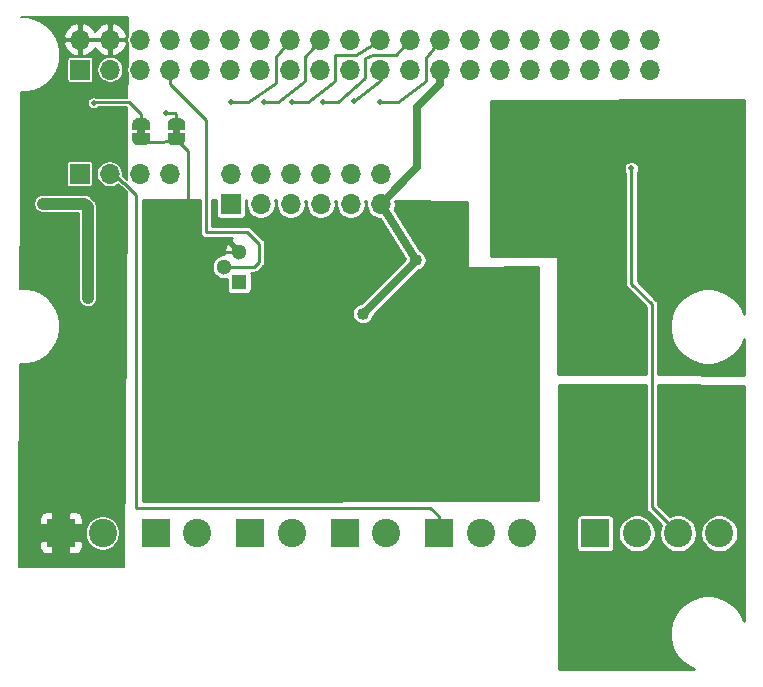
<source format=gbl>
G04 #@! TF.GenerationSoftware,KiCad,Pcbnew,(5.1.5-0-10_14)*
G04 #@! TF.CreationDate,2020-04-19T22:53:18-04:00*
G04 #@! TF.ProjectId,RPi-pHat-Thermocouple,5250692d-7048-4617-942d-546865726d6f,rev?*
G04 #@! TF.SameCoordinates,Original*
G04 #@! TF.FileFunction,Copper,L2,Bot*
G04 #@! TF.FilePolarity,Positive*
%FSLAX46Y46*%
G04 Gerber Fmt 4.6, Leading zero omitted, Abs format (unit mm)*
G04 Created by KiCad (PCBNEW (5.1.5-0-10_14)) date 2020-04-19 22:53:18*
%MOMM*%
%LPD*%
G04 APERTURE LIST*
%ADD10C,0.152400*%
%ADD11R,1.700000X1.700000*%
%ADD12O,1.700000X1.700000*%
%ADD13C,2.400000*%
%ADD14R,2.400000X2.400000*%
%ADD15C,1.300000*%
%ADD16R,1.300000X1.300000*%
%ADD17C,1.016000*%
%ADD18C,0.762000*%
%ADD19C,0.508000*%
%ADD20C,0.635000*%
%ADD21C,1.016000*%
%ADD22C,0.254000*%
G04 APERTURE END LIST*
D10*
G36*
X28700000Y-34750000D02*
G01*
X28700000Y-34250000D01*
X29300000Y-34250000D01*
X29300000Y-34750000D01*
X28700000Y-34750000D01*
G37*
G36*
X25700000Y-34750000D02*
G01*
X25700000Y-34250000D01*
X26300000Y-34250000D01*
X26300000Y-34750000D01*
X25700000Y-34750000D01*
G37*
D11*
X33600000Y-40640000D03*
D12*
X33600000Y-38100000D03*
X36140000Y-40640000D03*
X36140000Y-38100000D03*
X38680000Y-40640000D03*
X38680000Y-38100000D03*
X41220000Y-40640000D03*
X41220000Y-38100000D03*
X43760000Y-40640000D03*
X43760000Y-38100000D03*
X46300000Y-40640000D03*
X46300000Y-38100000D03*
D13*
X74962500Y-68516000D03*
X71462500Y-68516000D03*
X67962500Y-68516000D03*
D14*
X64462500Y-68516000D03*
D13*
X58262500Y-68496000D03*
X54762500Y-68496000D03*
D14*
X51262500Y-68496000D03*
D13*
X46762500Y-68516000D03*
D14*
X43262500Y-68516000D03*
D13*
X38762500Y-68516000D03*
D14*
X35262500Y-68516000D03*
D13*
X30762500Y-68516000D03*
D14*
X27262500Y-68516000D03*
D13*
X22762500Y-68516000D03*
D14*
X19262500Y-68516000D03*
D11*
X20870000Y-29270000D03*
D12*
X20870000Y-26730000D03*
X23410000Y-29270000D03*
X23410000Y-26730000D03*
X25950000Y-29270000D03*
X25950000Y-26730000D03*
X28490000Y-29270000D03*
X28490000Y-26730000D03*
X31030000Y-29270000D03*
X31030000Y-26730000D03*
X33570000Y-29270000D03*
X33570000Y-26730000D03*
X36110000Y-29270000D03*
X36110000Y-26730000D03*
X38650000Y-29270000D03*
X38650000Y-26730000D03*
X41190000Y-29270000D03*
X41190000Y-26730000D03*
X43730000Y-29270000D03*
X43730000Y-26730000D03*
X46270000Y-29270000D03*
X46270000Y-26730000D03*
X48810000Y-29270000D03*
X48810000Y-26730000D03*
X51350000Y-29270000D03*
X51350000Y-26730000D03*
X53890000Y-29270000D03*
X53890000Y-26730000D03*
X56430000Y-29270000D03*
X56430000Y-26730000D03*
X58970000Y-29270000D03*
X58970000Y-26730000D03*
X61510000Y-29270000D03*
X61510000Y-26730000D03*
X64050000Y-29270000D03*
X64050000Y-26730000D03*
X66590000Y-29270000D03*
X66590000Y-26730000D03*
X69130000Y-29270000D03*
X69130000Y-26730000D03*
D15*
X33027500Y-45931000D03*
X34297500Y-44661000D03*
D16*
X34297500Y-47201000D03*
D11*
X20828000Y-38100000D03*
D12*
X23368000Y-38100000D03*
X25908000Y-38100000D03*
X28448000Y-38100000D03*
G04 #@! TA.AperFunction,SMDPad,CuDef*
D10*
G36*
X28250000Y-34350000D02*
G01*
X28250000Y-33850000D01*
X28250602Y-33850000D01*
X28250602Y-33825466D01*
X28255412Y-33776635D01*
X28264984Y-33728510D01*
X28279228Y-33681555D01*
X28298005Y-33636222D01*
X28321136Y-33592949D01*
X28348396Y-33552150D01*
X28379524Y-33514221D01*
X28414221Y-33479524D01*
X28452150Y-33448396D01*
X28492949Y-33421136D01*
X28536222Y-33398005D01*
X28581555Y-33379228D01*
X28628510Y-33364984D01*
X28676635Y-33355412D01*
X28725466Y-33350602D01*
X28750000Y-33350602D01*
X28750000Y-33350000D01*
X29250000Y-33350000D01*
X29250000Y-33350602D01*
X29274534Y-33350602D01*
X29323365Y-33355412D01*
X29371490Y-33364984D01*
X29418445Y-33379228D01*
X29463778Y-33398005D01*
X29507051Y-33421136D01*
X29547850Y-33448396D01*
X29585779Y-33479524D01*
X29620476Y-33514221D01*
X29651604Y-33552150D01*
X29678864Y-33592949D01*
X29701995Y-33636222D01*
X29720772Y-33681555D01*
X29735016Y-33728510D01*
X29744588Y-33776635D01*
X29749398Y-33825466D01*
X29749398Y-33850000D01*
X29750000Y-33850000D01*
X29750000Y-34350000D01*
X28250000Y-34350000D01*
G37*
G04 #@! TD.AperFunction*
G04 #@! TA.AperFunction,SMDPad,CuDef*
G36*
X29749398Y-35150000D02*
G01*
X29749398Y-35174534D01*
X29744588Y-35223365D01*
X29735016Y-35271490D01*
X29720772Y-35318445D01*
X29701995Y-35363778D01*
X29678864Y-35407051D01*
X29651604Y-35447850D01*
X29620476Y-35485779D01*
X29585779Y-35520476D01*
X29547850Y-35551604D01*
X29507051Y-35578864D01*
X29463778Y-35601995D01*
X29418445Y-35620772D01*
X29371490Y-35635016D01*
X29323365Y-35644588D01*
X29274534Y-35649398D01*
X29250000Y-35649398D01*
X29250000Y-35650000D01*
X28750000Y-35650000D01*
X28750000Y-35649398D01*
X28725466Y-35649398D01*
X28676635Y-35644588D01*
X28628510Y-35635016D01*
X28581555Y-35620772D01*
X28536222Y-35601995D01*
X28492949Y-35578864D01*
X28452150Y-35551604D01*
X28414221Y-35520476D01*
X28379524Y-35485779D01*
X28348396Y-35447850D01*
X28321136Y-35407051D01*
X28298005Y-35363778D01*
X28279228Y-35318445D01*
X28264984Y-35271490D01*
X28255412Y-35223365D01*
X28250602Y-35174534D01*
X28250602Y-35150000D01*
X28250000Y-35150000D01*
X28250000Y-34650000D01*
X29750000Y-34650000D01*
X29750000Y-35150000D01*
X29749398Y-35150000D01*
G37*
G04 #@! TD.AperFunction*
G04 #@! TA.AperFunction,SMDPad,CuDef*
G36*
X26749398Y-35150000D02*
G01*
X26749398Y-35174534D01*
X26744588Y-35223365D01*
X26735016Y-35271490D01*
X26720772Y-35318445D01*
X26701995Y-35363778D01*
X26678864Y-35407051D01*
X26651604Y-35447850D01*
X26620476Y-35485779D01*
X26585779Y-35520476D01*
X26547850Y-35551604D01*
X26507051Y-35578864D01*
X26463778Y-35601995D01*
X26418445Y-35620772D01*
X26371490Y-35635016D01*
X26323365Y-35644588D01*
X26274534Y-35649398D01*
X26250000Y-35649398D01*
X26250000Y-35650000D01*
X25750000Y-35650000D01*
X25750000Y-35649398D01*
X25725466Y-35649398D01*
X25676635Y-35644588D01*
X25628510Y-35635016D01*
X25581555Y-35620772D01*
X25536222Y-35601995D01*
X25492949Y-35578864D01*
X25452150Y-35551604D01*
X25414221Y-35520476D01*
X25379524Y-35485779D01*
X25348396Y-35447850D01*
X25321136Y-35407051D01*
X25298005Y-35363778D01*
X25279228Y-35318445D01*
X25264984Y-35271490D01*
X25255412Y-35223365D01*
X25250602Y-35174534D01*
X25250602Y-35150000D01*
X25250000Y-35150000D01*
X25250000Y-34650000D01*
X26750000Y-34650000D01*
X26750000Y-35150000D01*
X26749398Y-35150000D01*
G37*
G04 #@! TD.AperFunction*
G04 #@! TA.AperFunction,SMDPad,CuDef*
G36*
X25250000Y-34350000D02*
G01*
X25250000Y-33850000D01*
X25250602Y-33850000D01*
X25250602Y-33825466D01*
X25255412Y-33776635D01*
X25264984Y-33728510D01*
X25279228Y-33681555D01*
X25298005Y-33636222D01*
X25321136Y-33592949D01*
X25348396Y-33552150D01*
X25379524Y-33514221D01*
X25414221Y-33479524D01*
X25452150Y-33448396D01*
X25492949Y-33421136D01*
X25536222Y-33398005D01*
X25581555Y-33379228D01*
X25628510Y-33364984D01*
X25676635Y-33355412D01*
X25725466Y-33350602D01*
X25750000Y-33350602D01*
X25750000Y-33350000D01*
X26250000Y-33350000D01*
X26250000Y-33350602D01*
X26274534Y-33350602D01*
X26323365Y-33355412D01*
X26371490Y-33364984D01*
X26418445Y-33379228D01*
X26463778Y-33398005D01*
X26507051Y-33421136D01*
X26547850Y-33448396D01*
X26585779Y-33479524D01*
X26620476Y-33514221D01*
X26651604Y-33552150D01*
X26678864Y-33592949D01*
X26701995Y-33636222D01*
X26720772Y-33681555D01*
X26735016Y-33728510D01*
X26744588Y-33776635D01*
X26749398Y-33825466D01*
X26749398Y-33850000D01*
X26750000Y-33850000D01*
X26750000Y-34350000D01*
X25250000Y-34350000D01*
G37*
G04 #@! TD.AperFunction*
D17*
X49262500Y-45366000D03*
X21512500Y-48616000D03*
X17700000Y-40600004D03*
X21300000Y-40700000D03*
X44775000Y-49900000D03*
D18*
X19000000Y-33200000D03*
X19262500Y-45516000D03*
X19000000Y-42000000D03*
X19000000Y-38600000D03*
X19000000Y-31600000D03*
X19000000Y-35600000D03*
D17*
X57162500Y-60141000D03*
X52462500Y-60316000D03*
X31450000Y-60550000D03*
D19*
X38250000Y-49975000D03*
X48900000Y-49900000D03*
D17*
X41300000Y-60500000D03*
X67762500Y-59116000D03*
X67762500Y-62116000D03*
D19*
X67512500Y-37616000D03*
X33600000Y-32000000D03*
X36400000Y-32000000D03*
X38800000Y-32000000D03*
X41400000Y-32000000D03*
X46200000Y-32000000D03*
X44000000Y-31903410D03*
D18*
X69262500Y-35745000D03*
D17*
X67762500Y-52116000D03*
D18*
X67762500Y-49366000D03*
X68512500Y-46366000D03*
X60000000Y-37566000D03*
X73000000Y-38500000D03*
D19*
X28100000Y-32900000D03*
X22000000Y-32100000D03*
D20*
X51350000Y-29270000D02*
X51462500Y-29382500D01*
X46300000Y-40600000D02*
X49262500Y-45366000D01*
X51350000Y-30472081D02*
X49400000Y-32422081D01*
X51350000Y-29270000D02*
X51350000Y-30472081D01*
X49400000Y-37500000D02*
X46300000Y-40600000D01*
X49400000Y-32422081D02*
X49400000Y-37500000D01*
D21*
X21512500Y-48616000D02*
X21512500Y-40912500D01*
X21512500Y-40912500D02*
X21300000Y-40700000D01*
X17700000Y-40600004D02*
X21200004Y-40600004D01*
X21200004Y-40600004D02*
X21300000Y-40700000D01*
D20*
X49262500Y-45412500D02*
X44775000Y-49900000D01*
X49262500Y-45366000D02*
X49262500Y-45412500D01*
D10*
X32877500Y-45931000D02*
X33027500Y-45931000D01*
X33027500Y-45831000D02*
X33027500Y-45931000D01*
D22*
X35569000Y-45931000D02*
X33027500Y-45931000D01*
X36000000Y-44000000D02*
X36000000Y-45500000D01*
X31500000Y-33482081D02*
X31500000Y-43000000D01*
X36000000Y-45500000D02*
X35569000Y-45931000D01*
X35000000Y-43000000D02*
X36000000Y-44000000D01*
X28490000Y-30472081D02*
X31500000Y-33482081D01*
X31500000Y-43000000D02*
X35000000Y-43000000D01*
X28490000Y-29270000D02*
X28490000Y-30472081D01*
X27902408Y-35400000D02*
X27500000Y-35400000D01*
X29000000Y-35000000D02*
X27902408Y-35400000D01*
X27500000Y-35400000D02*
X26250000Y-35400000D01*
X34297500Y-44661000D02*
X32586250Y-44661000D01*
X30000000Y-36150000D02*
X30000000Y-44000000D01*
X29000000Y-35150000D02*
X30000000Y-36150000D01*
X30661000Y-44661000D02*
X34297500Y-44661000D01*
X30000000Y-44000000D02*
X30661000Y-44661000D01*
X69262500Y-66316000D02*
X71462500Y-68516000D01*
X69262500Y-49116000D02*
X69262500Y-66316000D01*
X67512500Y-47366000D02*
X69262500Y-49116000D01*
X67512500Y-37616000D02*
X67512500Y-47366000D01*
X35051514Y-32000000D02*
X33600000Y-32000000D01*
X37400000Y-30400000D02*
X35051514Y-32000000D01*
X37400000Y-28200000D02*
X37400000Y-30400000D01*
X38650000Y-26730000D02*
X37400000Y-28200000D01*
X37591514Y-32000000D02*
X36400000Y-32000000D01*
X39900000Y-30200000D02*
X37591514Y-32000000D01*
X39900000Y-28200000D02*
X39900000Y-30200000D01*
X41190000Y-26730000D02*
X39900000Y-28200000D01*
X40131514Y-32000000D02*
X38800000Y-32000000D01*
X42400000Y-30200000D02*
X40131514Y-32000000D01*
X42400000Y-28000000D02*
X42400000Y-30200000D01*
X44200000Y-28000000D02*
X42400000Y-28000000D01*
X46270000Y-26730000D02*
X44200000Y-28000000D01*
X42671514Y-32000000D02*
X41400000Y-32000000D01*
X45000000Y-30000000D02*
X42671514Y-32000000D01*
X45600000Y-28000000D02*
X45000000Y-28300000D01*
X47600000Y-28000000D02*
X45600000Y-28000000D01*
X45000000Y-28300000D02*
X45000000Y-30000000D01*
X48810000Y-26730000D02*
X47600000Y-28000000D01*
X47751514Y-32000000D02*
X46200000Y-32000000D01*
X50100000Y-30200000D02*
X47751514Y-32000000D01*
X50100000Y-28300000D02*
X50100000Y-30200000D01*
X51350000Y-26730000D02*
X50100000Y-28300000D01*
X46300000Y-30100000D02*
X44000000Y-31903410D01*
X46270000Y-29270000D02*
X46300000Y-30100000D01*
X28100000Y-32900000D02*
X28900000Y-32900000D01*
X29000000Y-33000000D02*
X29000000Y-33850000D01*
X28900000Y-32900000D02*
X29000000Y-33000000D01*
X50500000Y-66400000D02*
X51262500Y-67042000D01*
X51262500Y-67042000D02*
X51262500Y-68496000D01*
X25600000Y-66400000D02*
X50500000Y-66400000D01*
X25600000Y-39900000D02*
X25600000Y-66400000D01*
X24549999Y-38849999D02*
X25600000Y-39900000D01*
X24509999Y-38849999D02*
X24549999Y-38849999D01*
X23660000Y-38000000D02*
X24509999Y-38849999D01*
X22100000Y-32000000D02*
X22000000Y-32100000D01*
X25000000Y-32000000D02*
X22100000Y-32000000D01*
X26000000Y-33000000D02*
X25000000Y-32000000D01*
X26000000Y-34000000D02*
X26000000Y-33000000D01*
D10*
G36*
X24910395Y-24804163D02*
G01*
X24897270Y-26386102D01*
X24888234Y-26407917D01*
X24845800Y-26621246D01*
X24845800Y-26838754D01*
X24888234Y-27052083D01*
X24891676Y-27060392D01*
X24875483Y-29012019D01*
X24845800Y-29161246D01*
X24845800Y-29378754D01*
X24871374Y-29507321D01*
X24853855Y-31618800D01*
X22166270Y-31618800D01*
X22148236Y-31611330D01*
X22050053Y-31591800D01*
X21949947Y-31591800D01*
X21851764Y-31611330D01*
X21759277Y-31649639D01*
X21676041Y-31705255D01*
X21605255Y-31776041D01*
X21549639Y-31859277D01*
X21511330Y-31951764D01*
X21491800Y-32049947D01*
X21491800Y-32150053D01*
X21511330Y-32248236D01*
X21549639Y-32340723D01*
X21605255Y-32423959D01*
X21676041Y-32494745D01*
X21759277Y-32550361D01*
X21851764Y-32588670D01*
X21949947Y-32608200D01*
X22050053Y-32608200D01*
X22148236Y-32588670D01*
X22240723Y-32550361D01*
X22323959Y-32494745D01*
X22394745Y-32423959D01*
X22423315Y-32381200D01*
X24842103Y-32381200D01*
X24847485Y-32386582D01*
X24796274Y-38558975D01*
X24762807Y-38531510D01*
X24696584Y-38496112D01*
X24694613Y-38495514D01*
X24461524Y-38262426D01*
X24472200Y-38208754D01*
X24472200Y-37991246D01*
X24429766Y-37777917D01*
X24346530Y-37576965D01*
X24225688Y-37396113D01*
X24071887Y-37242312D01*
X23891035Y-37121470D01*
X23690083Y-37038234D01*
X23476754Y-36995800D01*
X23259246Y-36995800D01*
X23045917Y-37038234D01*
X22844965Y-37121470D01*
X22664113Y-37242312D01*
X22510312Y-37396113D01*
X22389470Y-37576965D01*
X22306234Y-37777917D01*
X22263800Y-37991246D01*
X22263800Y-38208754D01*
X22306234Y-38422083D01*
X22389470Y-38623035D01*
X22510312Y-38803887D01*
X22664113Y-38957688D01*
X22844965Y-39078530D01*
X23045917Y-39161766D01*
X23259246Y-39204200D01*
X23476754Y-39204200D01*
X23690083Y-39161766D01*
X23891035Y-39078530D01*
X24071887Y-38957688D01*
X24075238Y-38954337D01*
X24227215Y-39106314D01*
X24239146Y-39120852D01*
X24253684Y-39132783D01*
X24253688Y-39132787D01*
X24297190Y-39168488D01*
X24329926Y-39185986D01*
X24363414Y-39203886D01*
X24365388Y-39204485D01*
X24787417Y-39626514D01*
X24524430Y-71323800D01*
X15676532Y-71323800D01*
X15683527Y-69716000D01*
X17475473Y-69716000D01*
X17486753Y-69830523D01*
X17520158Y-69940646D01*
X17574405Y-70042135D01*
X17647409Y-70131091D01*
X17736365Y-70204095D01*
X17837854Y-70258342D01*
X17947977Y-70291747D01*
X18062500Y-70303027D01*
X18442650Y-70300200D01*
X18588700Y-70154150D01*
X18588700Y-69189800D01*
X19936300Y-69189800D01*
X19936300Y-70154150D01*
X20082350Y-70300200D01*
X20462500Y-70303027D01*
X20577023Y-70291747D01*
X20687146Y-70258342D01*
X20788635Y-70204095D01*
X20877591Y-70131091D01*
X20950595Y-70042135D01*
X21004842Y-69940646D01*
X21038247Y-69830523D01*
X21049527Y-69716000D01*
X21046700Y-69335850D01*
X20900650Y-69189800D01*
X19936300Y-69189800D01*
X18588700Y-69189800D01*
X17624350Y-69189800D01*
X17478300Y-69335850D01*
X17475473Y-69716000D01*
X15683527Y-69716000D01*
X15689371Y-68372774D01*
X21308300Y-68372774D01*
X21308300Y-68659226D01*
X21364184Y-68940174D01*
X21473805Y-69204822D01*
X21632949Y-69442998D01*
X21835502Y-69645551D01*
X22073678Y-69804695D01*
X22338326Y-69914316D01*
X22619274Y-69970200D01*
X22905726Y-69970200D01*
X23186674Y-69914316D01*
X23451322Y-69804695D01*
X23689498Y-69645551D01*
X23892051Y-69442998D01*
X24051195Y-69204822D01*
X24160816Y-68940174D01*
X24216700Y-68659226D01*
X24216700Y-68372774D01*
X24160816Y-68091826D01*
X24051195Y-67827178D01*
X23892051Y-67589002D01*
X23689498Y-67386449D01*
X23451322Y-67227305D01*
X23186674Y-67117684D01*
X22905726Y-67061800D01*
X22619274Y-67061800D01*
X22338326Y-67117684D01*
X22073678Y-67227305D01*
X21835502Y-67386449D01*
X21632949Y-67589002D01*
X21473805Y-67827178D01*
X21364184Y-68091826D01*
X21308300Y-68372774D01*
X15689371Y-68372774D01*
X15693970Y-67316000D01*
X17475473Y-67316000D01*
X17478300Y-67696150D01*
X17624350Y-67842200D01*
X18588700Y-67842200D01*
X18588700Y-66877850D01*
X19936300Y-66877850D01*
X19936300Y-67842200D01*
X20900650Y-67842200D01*
X21046700Y-67696150D01*
X21049527Y-67316000D01*
X21038247Y-67201477D01*
X21004842Y-67091354D01*
X20950595Y-66989865D01*
X20877591Y-66900909D01*
X20788635Y-66827905D01*
X20687146Y-66773658D01*
X20577023Y-66740253D01*
X20462500Y-66728973D01*
X20082350Y-66731800D01*
X19936300Y-66877850D01*
X18588700Y-66877850D01*
X18442650Y-66731800D01*
X18062500Y-66728973D01*
X17947977Y-66740253D01*
X17837854Y-66773658D01*
X17736365Y-66827905D01*
X17647409Y-66900909D01*
X17574405Y-66989865D01*
X17520158Y-67091354D01*
X17486753Y-67201477D01*
X17475473Y-67316000D01*
X15693970Y-67316000D01*
X15751146Y-54176200D01*
X16312828Y-54176200D01*
X16926463Y-54054140D01*
X17504495Y-53814712D01*
X18024709Y-53467115D01*
X18467115Y-53024709D01*
X18814712Y-52504495D01*
X19054140Y-51926463D01*
X19176200Y-51312828D01*
X19176200Y-50687172D01*
X19054140Y-50073537D01*
X18814712Y-49495505D01*
X18467115Y-48975291D01*
X18024709Y-48532885D01*
X17504495Y-48185288D01*
X16926463Y-47945860D01*
X16312828Y-47823800D01*
X15778787Y-47823800D01*
X15810219Y-40600004D01*
X16934113Y-40600004D01*
X16937800Y-40637439D01*
X16937800Y-40675074D01*
X16945142Y-40711984D01*
X16948829Y-40749421D01*
X16959749Y-40785418D01*
X16967091Y-40822330D01*
X16981495Y-40857103D01*
X16992413Y-40893096D01*
X17010143Y-40926267D01*
X17024547Y-40961041D01*
X17045456Y-40992333D01*
X17063188Y-41025508D01*
X17087054Y-41054589D01*
X17107961Y-41085878D01*
X17134569Y-41112486D01*
X17158436Y-41141568D01*
X17187518Y-41165435D01*
X17214126Y-41192043D01*
X17245415Y-41212950D01*
X17274496Y-41236816D01*
X17307671Y-41254548D01*
X17338963Y-41275457D01*
X17373737Y-41289861D01*
X17406908Y-41307591D01*
X17442901Y-41318509D01*
X17477674Y-41332913D01*
X17514586Y-41340255D01*
X17550583Y-41351175D01*
X17588020Y-41354862D01*
X17624930Y-41362204D01*
X20750301Y-41362204D01*
X20750300Y-48540930D01*
X20750300Y-48691070D01*
X20757642Y-48727981D01*
X20761329Y-48765416D01*
X20772248Y-48801411D01*
X20779591Y-48838326D01*
X20793996Y-48873102D01*
X20804913Y-48909091D01*
X20822641Y-48942259D01*
X20837047Y-48977037D01*
X20857958Y-49008333D01*
X20875688Y-49041503D01*
X20899552Y-49070581D01*
X20920461Y-49101874D01*
X20947070Y-49128483D01*
X20970936Y-49157564D01*
X21000018Y-49181431D01*
X21026626Y-49208039D01*
X21057915Y-49228946D01*
X21086996Y-49252812D01*
X21120171Y-49270544D01*
X21151463Y-49291453D01*
X21186237Y-49305857D01*
X21219408Y-49323587D01*
X21255401Y-49334505D01*
X21290174Y-49348909D01*
X21327086Y-49356251D01*
X21363083Y-49367171D01*
X21400520Y-49370858D01*
X21437430Y-49378200D01*
X21475065Y-49378200D01*
X21512500Y-49381887D01*
X21549935Y-49378200D01*
X21587570Y-49378200D01*
X21624481Y-49370858D01*
X21661916Y-49367171D01*
X21697911Y-49356252D01*
X21734826Y-49348909D01*
X21769602Y-49334504D01*
X21805591Y-49323587D01*
X21838759Y-49305859D01*
X21873537Y-49291453D01*
X21904833Y-49270542D01*
X21938003Y-49252812D01*
X21967081Y-49228948D01*
X21998374Y-49208039D01*
X22024983Y-49181430D01*
X22054064Y-49157564D01*
X22077931Y-49128482D01*
X22104539Y-49101874D01*
X22125446Y-49070585D01*
X22149312Y-49041504D01*
X22167044Y-49008329D01*
X22187953Y-48977037D01*
X22202357Y-48942263D01*
X22220087Y-48909092D01*
X22231005Y-48873099D01*
X22245409Y-48838326D01*
X22252751Y-48801414D01*
X22263671Y-48765417D01*
X22267358Y-48727980D01*
X22274700Y-48691070D01*
X22274700Y-40949925D01*
X22278386Y-40912499D01*
X22274700Y-40875074D01*
X22274700Y-40875065D01*
X22263671Y-40763083D01*
X22220087Y-40619408D01*
X22149312Y-40486996D01*
X22054064Y-40370936D01*
X22024982Y-40347069D01*
X21765435Y-40087522D01*
X21741568Y-40058440D01*
X21625508Y-39963192D01*
X21493096Y-39892417D01*
X21349421Y-39848833D01*
X21237439Y-39837804D01*
X21237437Y-39837804D01*
X21200004Y-39834117D01*
X21162571Y-39837804D01*
X17624930Y-39837804D01*
X17588020Y-39845146D01*
X17550583Y-39848833D01*
X17514586Y-39859753D01*
X17477674Y-39867095D01*
X17442901Y-39881499D01*
X17406908Y-39892417D01*
X17373737Y-39910147D01*
X17338963Y-39924551D01*
X17307671Y-39945460D01*
X17274496Y-39963192D01*
X17245415Y-39987058D01*
X17214126Y-40007965D01*
X17187518Y-40034573D01*
X17158436Y-40058440D01*
X17134569Y-40087522D01*
X17107961Y-40114130D01*
X17087054Y-40145419D01*
X17063188Y-40174500D01*
X17045456Y-40207675D01*
X17024547Y-40238967D01*
X17010143Y-40273741D01*
X16992413Y-40306912D01*
X16981495Y-40342905D01*
X16967091Y-40377678D01*
X16959749Y-40414590D01*
X16948829Y-40450587D01*
X16945142Y-40488024D01*
X16937800Y-40524934D01*
X16937800Y-40562569D01*
X16934113Y-40600004D01*
X15810219Y-40600004D01*
X15824795Y-37250000D01*
X19722571Y-37250000D01*
X19722571Y-38950000D01*
X19727479Y-38999832D01*
X19742014Y-39047748D01*
X19765619Y-39091909D01*
X19797384Y-39130616D01*
X19836091Y-39162381D01*
X19880252Y-39185986D01*
X19928168Y-39200521D01*
X19978000Y-39205429D01*
X21678000Y-39205429D01*
X21727832Y-39200521D01*
X21775748Y-39185986D01*
X21819909Y-39162381D01*
X21858616Y-39130616D01*
X21890381Y-39091909D01*
X21913986Y-39047748D01*
X21928521Y-38999832D01*
X21933429Y-38950000D01*
X21933429Y-37250000D01*
X21928521Y-37200168D01*
X21913986Y-37152252D01*
X21890381Y-37108091D01*
X21858616Y-37069384D01*
X21819909Y-37037619D01*
X21775748Y-37014014D01*
X21727832Y-36999479D01*
X21678000Y-36994571D01*
X19978000Y-36994571D01*
X19928168Y-36999479D01*
X19880252Y-37014014D01*
X19836091Y-37037619D01*
X19797384Y-37069384D01*
X19765619Y-37108091D01*
X19742014Y-37152252D01*
X19727479Y-37200168D01*
X19722571Y-37250000D01*
X15824795Y-37250000D01*
X15851225Y-31176200D01*
X16312828Y-31176200D01*
X16926463Y-31054140D01*
X17504495Y-30814712D01*
X18024709Y-30467115D01*
X18467115Y-30024709D01*
X18814712Y-29504495D01*
X19054140Y-28926463D01*
X19154882Y-28420000D01*
X19764571Y-28420000D01*
X19764571Y-30120000D01*
X19769479Y-30169832D01*
X19784014Y-30217748D01*
X19807619Y-30261909D01*
X19839384Y-30300616D01*
X19878091Y-30332381D01*
X19922252Y-30355986D01*
X19970168Y-30370521D01*
X20020000Y-30375429D01*
X21720000Y-30375429D01*
X21769832Y-30370521D01*
X21817748Y-30355986D01*
X21861909Y-30332381D01*
X21900616Y-30300616D01*
X21932381Y-30261909D01*
X21955986Y-30217748D01*
X21970521Y-30169832D01*
X21975429Y-30120000D01*
X21975429Y-29161246D01*
X22305800Y-29161246D01*
X22305800Y-29378754D01*
X22348234Y-29592083D01*
X22431470Y-29793035D01*
X22552312Y-29973887D01*
X22706113Y-30127688D01*
X22886965Y-30248530D01*
X23087917Y-30331766D01*
X23301246Y-30374200D01*
X23518754Y-30374200D01*
X23732083Y-30331766D01*
X23933035Y-30248530D01*
X24113887Y-30127688D01*
X24267688Y-29973887D01*
X24388530Y-29793035D01*
X24471766Y-29592083D01*
X24514200Y-29378754D01*
X24514200Y-29161246D01*
X24471766Y-28947917D01*
X24388530Y-28746965D01*
X24267688Y-28566113D01*
X24113887Y-28412312D01*
X23933035Y-28291470D01*
X23732083Y-28208234D01*
X23518754Y-28165800D01*
X23301246Y-28165800D01*
X23087917Y-28208234D01*
X22886965Y-28291470D01*
X22706113Y-28412312D01*
X22552312Y-28566113D01*
X22431470Y-28746965D01*
X22348234Y-28947917D01*
X22305800Y-29161246D01*
X21975429Y-29161246D01*
X21975429Y-28420000D01*
X21970521Y-28370168D01*
X21955986Y-28322252D01*
X21932381Y-28278091D01*
X21900616Y-28239384D01*
X21861909Y-28207619D01*
X21817748Y-28184014D01*
X21769832Y-28169479D01*
X21720000Y-28164571D01*
X20020000Y-28164571D01*
X19970168Y-28169479D01*
X19922252Y-28184014D01*
X19878091Y-28207619D01*
X19839384Y-28239384D01*
X19807619Y-28278091D01*
X19784014Y-28322252D01*
X19769479Y-28370168D01*
X19764571Y-28420000D01*
X19154882Y-28420000D01*
X19176200Y-28312828D01*
X19176200Y-27687172D01*
X19054140Y-27073537D01*
X19044975Y-27051410D01*
X19472274Y-27051410D01*
X19561835Y-27317917D01*
X19701668Y-27561831D01*
X19886399Y-27773778D01*
X20108930Y-27945613D01*
X20360708Y-28070733D01*
X20548591Y-28127722D01*
X20771200Y-28014355D01*
X20771200Y-26828800D01*
X20968800Y-26828800D01*
X20968800Y-28014355D01*
X21191409Y-28127722D01*
X21379292Y-28070733D01*
X21631070Y-27945613D01*
X21853601Y-27773778D01*
X22038332Y-27561831D01*
X22140000Y-27384489D01*
X22241668Y-27561831D01*
X22426399Y-27773778D01*
X22648930Y-27945613D01*
X22900708Y-28070733D01*
X23088591Y-28127722D01*
X23311200Y-28014355D01*
X23311200Y-26828800D01*
X23508800Y-26828800D01*
X23508800Y-28014355D01*
X23731409Y-28127722D01*
X23919292Y-28070733D01*
X24171070Y-27945613D01*
X24393601Y-27773778D01*
X24578332Y-27561831D01*
X24718165Y-27317917D01*
X24807726Y-27051410D01*
X24694747Y-26828800D01*
X23508800Y-26828800D01*
X23311200Y-26828800D01*
X20968800Y-26828800D01*
X20771200Y-26828800D01*
X19585253Y-26828800D01*
X19472274Y-27051410D01*
X19044975Y-27051410D01*
X18814712Y-26495505D01*
X18756638Y-26408590D01*
X19472274Y-26408590D01*
X19585253Y-26631200D01*
X20771200Y-26631200D01*
X20771200Y-25445645D01*
X20968800Y-25445645D01*
X20968800Y-26631200D01*
X23311200Y-26631200D01*
X23311200Y-25445645D01*
X23508800Y-25445645D01*
X23508800Y-26631200D01*
X24694747Y-26631200D01*
X24807726Y-26408590D01*
X24718165Y-26142083D01*
X24578332Y-25898169D01*
X24393601Y-25686222D01*
X24171070Y-25514387D01*
X23919292Y-25389267D01*
X23731409Y-25332278D01*
X23508800Y-25445645D01*
X23311200Y-25445645D01*
X23088591Y-25332278D01*
X22900708Y-25389267D01*
X22648930Y-25514387D01*
X22426399Y-25686222D01*
X22241668Y-25898169D01*
X22140000Y-26075511D01*
X22038332Y-25898169D01*
X21853601Y-25686222D01*
X21631070Y-25514387D01*
X21379292Y-25389267D01*
X21191409Y-25332278D01*
X20968800Y-25445645D01*
X20771200Y-25445645D01*
X20548591Y-25332278D01*
X20360708Y-25389267D01*
X20108930Y-25514387D01*
X19886399Y-25686222D01*
X19701668Y-25898169D01*
X19561835Y-26142083D01*
X19472274Y-26408590D01*
X18756638Y-26408590D01*
X18467115Y-25975291D01*
X18024709Y-25532885D01*
X17504495Y-25185288D01*
X16926463Y-24945860D01*
X16312828Y-24823800D01*
X15878866Y-24823800D01*
X15878951Y-24804156D01*
X24910395Y-24804163D01*
G37*
X24910395Y-24804163D02*
X24897270Y-26386102D01*
X24888234Y-26407917D01*
X24845800Y-26621246D01*
X24845800Y-26838754D01*
X24888234Y-27052083D01*
X24891676Y-27060392D01*
X24875483Y-29012019D01*
X24845800Y-29161246D01*
X24845800Y-29378754D01*
X24871374Y-29507321D01*
X24853855Y-31618800D01*
X22166270Y-31618800D01*
X22148236Y-31611330D01*
X22050053Y-31591800D01*
X21949947Y-31591800D01*
X21851764Y-31611330D01*
X21759277Y-31649639D01*
X21676041Y-31705255D01*
X21605255Y-31776041D01*
X21549639Y-31859277D01*
X21511330Y-31951764D01*
X21491800Y-32049947D01*
X21491800Y-32150053D01*
X21511330Y-32248236D01*
X21549639Y-32340723D01*
X21605255Y-32423959D01*
X21676041Y-32494745D01*
X21759277Y-32550361D01*
X21851764Y-32588670D01*
X21949947Y-32608200D01*
X22050053Y-32608200D01*
X22148236Y-32588670D01*
X22240723Y-32550361D01*
X22323959Y-32494745D01*
X22394745Y-32423959D01*
X22423315Y-32381200D01*
X24842103Y-32381200D01*
X24847485Y-32386582D01*
X24796274Y-38558975D01*
X24762807Y-38531510D01*
X24696584Y-38496112D01*
X24694613Y-38495514D01*
X24461524Y-38262426D01*
X24472200Y-38208754D01*
X24472200Y-37991246D01*
X24429766Y-37777917D01*
X24346530Y-37576965D01*
X24225688Y-37396113D01*
X24071887Y-37242312D01*
X23891035Y-37121470D01*
X23690083Y-37038234D01*
X23476754Y-36995800D01*
X23259246Y-36995800D01*
X23045917Y-37038234D01*
X22844965Y-37121470D01*
X22664113Y-37242312D01*
X22510312Y-37396113D01*
X22389470Y-37576965D01*
X22306234Y-37777917D01*
X22263800Y-37991246D01*
X22263800Y-38208754D01*
X22306234Y-38422083D01*
X22389470Y-38623035D01*
X22510312Y-38803887D01*
X22664113Y-38957688D01*
X22844965Y-39078530D01*
X23045917Y-39161766D01*
X23259246Y-39204200D01*
X23476754Y-39204200D01*
X23690083Y-39161766D01*
X23891035Y-39078530D01*
X24071887Y-38957688D01*
X24075238Y-38954337D01*
X24227215Y-39106314D01*
X24239146Y-39120852D01*
X24253684Y-39132783D01*
X24253688Y-39132787D01*
X24297190Y-39168488D01*
X24329926Y-39185986D01*
X24363414Y-39203886D01*
X24365388Y-39204485D01*
X24787417Y-39626514D01*
X24524430Y-71323800D01*
X15676532Y-71323800D01*
X15683527Y-69716000D01*
X17475473Y-69716000D01*
X17486753Y-69830523D01*
X17520158Y-69940646D01*
X17574405Y-70042135D01*
X17647409Y-70131091D01*
X17736365Y-70204095D01*
X17837854Y-70258342D01*
X17947977Y-70291747D01*
X18062500Y-70303027D01*
X18442650Y-70300200D01*
X18588700Y-70154150D01*
X18588700Y-69189800D01*
X19936300Y-69189800D01*
X19936300Y-70154150D01*
X20082350Y-70300200D01*
X20462500Y-70303027D01*
X20577023Y-70291747D01*
X20687146Y-70258342D01*
X20788635Y-70204095D01*
X20877591Y-70131091D01*
X20950595Y-70042135D01*
X21004842Y-69940646D01*
X21038247Y-69830523D01*
X21049527Y-69716000D01*
X21046700Y-69335850D01*
X20900650Y-69189800D01*
X19936300Y-69189800D01*
X18588700Y-69189800D01*
X17624350Y-69189800D01*
X17478300Y-69335850D01*
X17475473Y-69716000D01*
X15683527Y-69716000D01*
X15689371Y-68372774D01*
X21308300Y-68372774D01*
X21308300Y-68659226D01*
X21364184Y-68940174D01*
X21473805Y-69204822D01*
X21632949Y-69442998D01*
X21835502Y-69645551D01*
X22073678Y-69804695D01*
X22338326Y-69914316D01*
X22619274Y-69970200D01*
X22905726Y-69970200D01*
X23186674Y-69914316D01*
X23451322Y-69804695D01*
X23689498Y-69645551D01*
X23892051Y-69442998D01*
X24051195Y-69204822D01*
X24160816Y-68940174D01*
X24216700Y-68659226D01*
X24216700Y-68372774D01*
X24160816Y-68091826D01*
X24051195Y-67827178D01*
X23892051Y-67589002D01*
X23689498Y-67386449D01*
X23451322Y-67227305D01*
X23186674Y-67117684D01*
X22905726Y-67061800D01*
X22619274Y-67061800D01*
X22338326Y-67117684D01*
X22073678Y-67227305D01*
X21835502Y-67386449D01*
X21632949Y-67589002D01*
X21473805Y-67827178D01*
X21364184Y-68091826D01*
X21308300Y-68372774D01*
X15689371Y-68372774D01*
X15693970Y-67316000D01*
X17475473Y-67316000D01*
X17478300Y-67696150D01*
X17624350Y-67842200D01*
X18588700Y-67842200D01*
X18588700Y-66877850D01*
X19936300Y-66877850D01*
X19936300Y-67842200D01*
X20900650Y-67842200D01*
X21046700Y-67696150D01*
X21049527Y-67316000D01*
X21038247Y-67201477D01*
X21004842Y-67091354D01*
X20950595Y-66989865D01*
X20877591Y-66900909D01*
X20788635Y-66827905D01*
X20687146Y-66773658D01*
X20577023Y-66740253D01*
X20462500Y-66728973D01*
X20082350Y-66731800D01*
X19936300Y-66877850D01*
X18588700Y-66877850D01*
X18442650Y-66731800D01*
X18062500Y-66728973D01*
X17947977Y-66740253D01*
X17837854Y-66773658D01*
X17736365Y-66827905D01*
X17647409Y-66900909D01*
X17574405Y-66989865D01*
X17520158Y-67091354D01*
X17486753Y-67201477D01*
X17475473Y-67316000D01*
X15693970Y-67316000D01*
X15751146Y-54176200D01*
X16312828Y-54176200D01*
X16926463Y-54054140D01*
X17504495Y-53814712D01*
X18024709Y-53467115D01*
X18467115Y-53024709D01*
X18814712Y-52504495D01*
X19054140Y-51926463D01*
X19176200Y-51312828D01*
X19176200Y-50687172D01*
X19054140Y-50073537D01*
X18814712Y-49495505D01*
X18467115Y-48975291D01*
X18024709Y-48532885D01*
X17504495Y-48185288D01*
X16926463Y-47945860D01*
X16312828Y-47823800D01*
X15778787Y-47823800D01*
X15810219Y-40600004D01*
X16934113Y-40600004D01*
X16937800Y-40637439D01*
X16937800Y-40675074D01*
X16945142Y-40711984D01*
X16948829Y-40749421D01*
X16959749Y-40785418D01*
X16967091Y-40822330D01*
X16981495Y-40857103D01*
X16992413Y-40893096D01*
X17010143Y-40926267D01*
X17024547Y-40961041D01*
X17045456Y-40992333D01*
X17063188Y-41025508D01*
X17087054Y-41054589D01*
X17107961Y-41085878D01*
X17134569Y-41112486D01*
X17158436Y-41141568D01*
X17187518Y-41165435D01*
X17214126Y-41192043D01*
X17245415Y-41212950D01*
X17274496Y-41236816D01*
X17307671Y-41254548D01*
X17338963Y-41275457D01*
X17373737Y-41289861D01*
X17406908Y-41307591D01*
X17442901Y-41318509D01*
X17477674Y-41332913D01*
X17514586Y-41340255D01*
X17550583Y-41351175D01*
X17588020Y-41354862D01*
X17624930Y-41362204D01*
X20750301Y-41362204D01*
X20750300Y-48540930D01*
X20750300Y-48691070D01*
X20757642Y-48727981D01*
X20761329Y-48765416D01*
X20772248Y-48801411D01*
X20779591Y-48838326D01*
X20793996Y-48873102D01*
X20804913Y-48909091D01*
X20822641Y-48942259D01*
X20837047Y-48977037D01*
X20857958Y-49008333D01*
X20875688Y-49041503D01*
X20899552Y-49070581D01*
X20920461Y-49101874D01*
X20947070Y-49128483D01*
X20970936Y-49157564D01*
X21000018Y-49181431D01*
X21026626Y-49208039D01*
X21057915Y-49228946D01*
X21086996Y-49252812D01*
X21120171Y-49270544D01*
X21151463Y-49291453D01*
X21186237Y-49305857D01*
X21219408Y-49323587D01*
X21255401Y-49334505D01*
X21290174Y-49348909D01*
X21327086Y-49356251D01*
X21363083Y-49367171D01*
X21400520Y-49370858D01*
X21437430Y-49378200D01*
X21475065Y-49378200D01*
X21512500Y-49381887D01*
X21549935Y-49378200D01*
X21587570Y-49378200D01*
X21624481Y-49370858D01*
X21661916Y-49367171D01*
X21697911Y-49356252D01*
X21734826Y-49348909D01*
X21769602Y-49334504D01*
X21805591Y-49323587D01*
X21838759Y-49305859D01*
X21873537Y-49291453D01*
X21904833Y-49270542D01*
X21938003Y-49252812D01*
X21967081Y-49228948D01*
X21998374Y-49208039D01*
X22024983Y-49181430D01*
X22054064Y-49157564D01*
X22077931Y-49128482D01*
X22104539Y-49101874D01*
X22125446Y-49070585D01*
X22149312Y-49041504D01*
X22167044Y-49008329D01*
X22187953Y-48977037D01*
X22202357Y-48942263D01*
X22220087Y-48909092D01*
X22231005Y-48873099D01*
X22245409Y-48838326D01*
X22252751Y-48801414D01*
X22263671Y-48765417D01*
X22267358Y-48727980D01*
X22274700Y-48691070D01*
X22274700Y-40949925D01*
X22278386Y-40912499D01*
X22274700Y-40875074D01*
X22274700Y-40875065D01*
X22263671Y-40763083D01*
X22220087Y-40619408D01*
X22149312Y-40486996D01*
X22054064Y-40370936D01*
X22024982Y-40347069D01*
X21765435Y-40087522D01*
X21741568Y-40058440D01*
X21625508Y-39963192D01*
X21493096Y-39892417D01*
X21349421Y-39848833D01*
X21237439Y-39837804D01*
X21237437Y-39837804D01*
X21200004Y-39834117D01*
X21162571Y-39837804D01*
X17624930Y-39837804D01*
X17588020Y-39845146D01*
X17550583Y-39848833D01*
X17514586Y-39859753D01*
X17477674Y-39867095D01*
X17442901Y-39881499D01*
X17406908Y-39892417D01*
X17373737Y-39910147D01*
X17338963Y-39924551D01*
X17307671Y-39945460D01*
X17274496Y-39963192D01*
X17245415Y-39987058D01*
X17214126Y-40007965D01*
X17187518Y-40034573D01*
X17158436Y-40058440D01*
X17134569Y-40087522D01*
X17107961Y-40114130D01*
X17087054Y-40145419D01*
X17063188Y-40174500D01*
X17045456Y-40207675D01*
X17024547Y-40238967D01*
X17010143Y-40273741D01*
X16992413Y-40306912D01*
X16981495Y-40342905D01*
X16967091Y-40377678D01*
X16959749Y-40414590D01*
X16948829Y-40450587D01*
X16945142Y-40488024D01*
X16937800Y-40524934D01*
X16937800Y-40562569D01*
X16934113Y-40600004D01*
X15810219Y-40600004D01*
X15824795Y-37250000D01*
X19722571Y-37250000D01*
X19722571Y-38950000D01*
X19727479Y-38999832D01*
X19742014Y-39047748D01*
X19765619Y-39091909D01*
X19797384Y-39130616D01*
X19836091Y-39162381D01*
X19880252Y-39185986D01*
X19928168Y-39200521D01*
X19978000Y-39205429D01*
X21678000Y-39205429D01*
X21727832Y-39200521D01*
X21775748Y-39185986D01*
X21819909Y-39162381D01*
X21858616Y-39130616D01*
X21890381Y-39091909D01*
X21913986Y-39047748D01*
X21928521Y-38999832D01*
X21933429Y-38950000D01*
X21933429Y-37250000D01*
X21928521Y-37200168D01*
X21913986Y-37152252D01*
X21890381Y-37108091D01*
X21858616Y-37069384D01*
X21819909Y-37037619D01*
X21775748Y-37014014D01*
X21727832Y-36999479D01*
X21678000Y-36994571D01*
X19978000Y-36994571D01*
X19928168Y-36999479D01*
X19880252Y-37014014D01*
X19836091Y-37037619D01*
X19797384Y-37069384D01*
X19765619Y-37108091D01*
X19742014Y-37152252D01*
X19727479Y-37200168D01*
X19722571Y-37250000D01*
X15824795Y-37250000D01*
X15851225Y-31176200D01*
X16312828Y-31176200D01*
X16926463Y-31054140D01*
X17504495Y-30814712D01*
X18024709Y-30467115D01*
X18467115Y-30024709D01*
X18814712Y-29504495D01*
X19054140Y-28926463D01*
X19154882Y-28420000D01*
X19764571Y-28420000D01*
X19764571Y-30120000D01*
X19769479Y-30169832D01*
X19784014Y-30217748D01*
X19807619Y-30261909D01*
X19839384Y-30300616D01*
X19878091Y-30332381D01*
X19922252Y-30355986D01*
X19970168Y-30370521D01*
X20020000Y-30375429D01*
X21720000Y-30375429D01*
X21769832Y-30370521D01*
X21817748Y-30355986D01*
X21861909Y-30332381D01*
X21900616Y-30300616D01*
X21932381Y-30261909D01*
X21955986Y-30217748D01*
X21970521Y-30169832D01*
X21975429Y-30120000D01*
X21975429Y-29161246D01*
X22305800Y-29161246D01*
X22305800Y-29378754D01*
X22348234Y-29592083D01*
X22431470Y-29793035D01*
X22552312Y-29973887D01*
X22706113Y-30127688D01*
X22886965Y-30248530D01*
X23087917Y-30331766D01*
X23301246Y-30374200D01*
X23518754Y-30374200D01*
X23732083Y-30331766D01*
X23933035Y-30248530D01*
X24113887Y-30127688D01*
X24267688Y-29973887D01*
X24388530Y-29793035D01*
X24471766Y-29592083D01*
X24514200Y-29378754D01*
X24514200Y-29161246D01*
X24471766Y-28947917D01*
X24388530Y-28746965D01*
X24267688Y-28566113D01*
X24113887Y-28412312D01*
X23933035Y-28291470D01*
X23732083Y-28208234D01*
X23518754Y-28165800D01*
X23301246Y-28165800D01*
X23087917Y-28208234D01*
X22886965Y-28291470D01*
X22706113Y-28412312D01*
X22552312Y-28566113D01*
X22431470Y-28746965D01*
X22348234Y-28947917D01*
X22305800Y-29161246D01*
X21975429Y-29161246D01*
X21975429Y-28420000D01*
X21970521Y-28370168D01*
X21955986Y-28322252D01*
X21932381Y-28278091D01*
X21900616Y-28239384D01*
X21861909Y-28207619D01*
X21817748Y-28184014D01*
X21769832Y-28169479D01*
X21720000Y-28164571D01*
X20020000Y-28164571D01*
X19970168Y-28169479D01*
X19922252Y-28184014D01*
X19878091Y-28207619D01*
X19839384Y-28239384D01*
X19807619Y-28278091D01*
X19784014Y-28322252D01*
X19769479Y-28370168D01*
X19764571Y-28420000D01*
X19154882Y-28420000D01*
X19176200Y-28312828D01*
X19176200Y-27687172D01*
X19054140Y-27073537D01*
X19044975Y-27051410D01*
X19472274Y-27051410D01*
X19561835Y-27317917D01*
X19701668Y-27561831D01*
X19886399Y-27773778D01*
X20108930Y-27945613D01*
X20360708Y-28070733D01*
X20548591Y-28127722D01*
X20771200Y-28014355D01*
X20771200Y-26828800D01*
X20968800Y-26828800D01*
X20968800Y-28014355D01*
X21191409Y-28127722D01*
X21379292Y-28070733D01*
X21631070Y-27945613D01*
X21853601Y-27773778D01*
X22038332Y-27561831D01*
X22140000Y-27384489D01*
X22241668Y-27561831D01*
X22426399Y-27773778D01*
X22648930Y-27945613D01*
X22900708Y-28070733D01*
X23088591Y-28127722D01*
X23311200Y-28014355D01*
X23311200Y-26828800D01*
X23508800Y-26828800D01*
X23508800Y-28014355D01*
X23731409Y-28127722D01*
X23919292Y-28070733D01*
X24171070Y-27945613D01*
X24393601Y-27773778D01*
X24578332Y-27561831D01*
X24718165Y-27317917D01*
X24807726Y-27051410D01*
X24694747Y-26828800D01*
X23508800Y-26828800D01*
X23311200Y-26828800D01*
X20968800Y-26828800D01*
X20771200Y-26828800D01*
X19585253Y-26828800D01*
X19472274Y-27051410D01*
X19044975Y-27051410D01*
X18814712Y-26495505D01*
X18756638Y-26408590D01*
X19472274Y-26408590D01*
X19585253Y-26631200D01*
X20771200Y-26631200D01*
X20771200Y-25445645D01*
X20968800Y-25445645D01*
X20968800Y-26631200D01*
X23311200Y-26631200D01*
X23311200Y-25445645D01*
X23508800Y-25445645D01*
X23508800Y-26631200D01*
X24694747Y-26631200D01*
X24807726Y-26408590D01*
X24718165Y-26142083D01*
X24578332Y-25898169D01*
X24393601Y-25686222D01*
X24171070Y-25514387D01*
X23919292Y-25389267D01*
X23731409Y-25332278D01*
X23508800Y-25445645D01*
X23311200Y-25445645D01*
X23088591Y-25332278D01*
X22900708Y-25389267D01*
X22648930Y-25514387D01*
X22426399Y-25686222D01*
X22241668Y-25898169D01*
X22140000Y-26075511D01*
X22038332Y-25898169D01*
X21853601Y-25686222D01*
X21631070Y-25514387D01*
X21379292Y-25389267D01*
X21191409Y-25332278D01*
X20968800Y-25445645D01*
X20771200Y-25445645D01*
X20548591Y-25332278D01*
X20360708Y-25389267D01*
X20108930Y-25514387D01*
X19886399Y-25686222D01*
X19701668Y-25898169D01*
X19561835Y-26142083D01*
X19472274Y-26408590D01*
X18756638Y-26408590D01*
X18467115Y-25975291D01*
X18024709Y-25532885D01*
X17504495Y-25185288D01*
X16926463Y-24945860D01*
X16312828Y-24823800D01*
X15878866Y-24823800D01*
X15878951Y-24804156D01*
X24910395Y-24804163D01*
D22*
G36*
X30966001Y-40279198D02*
G01*
X30966001Y-42973764D01*
X30963417Y-43000000D01*
X30973727Y-43104682D01*
X31004262Y-43205341D01*
X31053848Y-43298110D01*
X31120579Y-43379421D01*
X31201890Y-43446152D01*
X31294659Y-43495738D01*
X31395318Y-43526273D01*
X31473774Y-43534000D01*
X31500000Y-43536583D01*
X31526226Y-43534000D01*
X33668912Y-43534000D01*
X33644966Y-43546799D01*
X33591578Y-43775473D01*
X34297500Y-44481395D01*
X34311643Y-44467253D01*
X34491248Y-44646858D01*
X34477105Y-44661000D01*
X34491248Y-44675143D01*
X34311643Y-44854748D01*
X34297500Y-44840605D01*
X34283358Y-44854748D01*
X34103753Y-44675143D01*
X34117895Y-44661000D01*
X33411973Y-43955078D01*
X33183299Y-44008466D01*
X33077405Y-44238374D01*
X33018398Y-44484524D01*
X33008548Y-44737455D01*
X33030222Y-44874000D01*
X32923395Y-44874000D01*
X32719185Y-44914620D01*
X32526823Y-44994299D01*
X32353702Y-45109975D01*
X32206475Y-45257202D01*
X32090799Y-45430323D01*
X32011120Y-45622685D01*
X31970500Y-45826895D01*
X31970500Y-46035105D01*
X32011120Y-46239315D01*
X32090799Y-46431677D01*
X32206475Y-46604798D01*
X32353702Y-46752025D01*
X32526823Y-46867701D01*
X32719185Y-46947380D01*
X32923395Y-46988000D01*
X33131605Y-46988000D01*
X33238531Y-46966731D01*
X33238531Y-47851000D01*
X33246389Y-47930786D01*
X33269662Y-48007506D01*
X33307455Y-48078211D01*
X33358315Y-48140185D01*
X33420289Y-48191045D01*
X33490994Y-48228838D01*
X33567714Y-48252111D01*
X33647500Y-48259969D01*
X34947500Y-48259969D01*
X35027286Y-48252111D01*
X35104006Y-48228838D01*
X35174711Y-48191045D01*
X35236685Y-48140185D01*
X35287545Y-48078211D01*
X35325338Y-48007506D01*
X35348611Y-47930786D01*
X35356469Y-47851000D01*
X35356469Y-46551000D01*
X35348611Y-46471214D01*
X35346726Y-46465000D01*
X35542784Y-46465000D01*
X35569000Y-46467582D01*
X35595216Y-46465000D01*
X35595226Y-46465000D01*
X35673682Y-46457273D01*
X35774341Y-46426738D01*
X35867110Y-46377152D01*
X35948421Y-46310421D01*
X35965140Y-46290049D01*
X36359054Y-45896136D01*
X36379421Y-45879421D01*
X36396136Y-45859054D01*
X36396139Y-45859051D01*
X36446152Y-45798110D01*
X36458397Y-45775201D01*
X36495738Y-45705341D01*
X36526273Y-45604682D01*
X36534000Y-45526226D01*
X36534000Y-45526217D01*
X36536582Y-45500001D01*
X36534000Y-45473785D01*
X36534000Y-44026218D01*
X36536582Y-44000000D01*
X36534000Y-43973781D01*
X36534000Y-43973774D01*
X36526273Y-43895318D01*
X36495738Y-43794658D01*
X36446152Y-43701890D01*
X36396139Y-43640949D01*
X36396136Y-43640946D01*
X36379421Y-43620579D01*
X36359054Y-43603864D01*
X35396140Y-42640951D01*
X35379421Y-42620579D01*
X35298110Y-42553848D01*
X35205341Y-42504262D01*
X35104682Y-42473727D01*
X35026226Y-42466000D01*
X35026216Y-42466000D01*
X35000000Y-42463418D01*
X34973784Y-42466000D01*
X32034000Y-42466000D01*
X32034000Y-40286287D01*
X32341031Y-40288325D01*
X32341031Y-41490000D01*
X32348889Y-41569786D01*
X32372162Y-41646506D01*
X32409955Y-41717211D01*
X32460815Y-41779185D01*
X32522789Y-41830045D01*
X32593494Y-41867838D01*
X32670214Y-41891111D01*
X32750000Y-41898969D01*
X34450000Y-41898969D01*
X34529786Y-41891111D01*
X34606506Y-41867838D01*
X34677211Y-41830045D01*
X34739185Y-41779185D01*
X34790045Y-41717211D01*
X34827838Y-41646506D01*
X34851111Y-41569786D01*
X34858969Y-41490000D01*
X34858969Y-40305037D01*
X34924915Y-40305474D01*
X34883000Y-40516196D01*
X34883000Y-40763804D01*
X34931306Y-41006653D01*
X35026061Y-41235413D01*
X35163624Y-41441291D01*
X35338709Y-41616376D01*
X35544587Y-41753939D01*
X35773347Y-41848694D01*
X36016196Y-41897000D01*
X36263804Y-41897000D01*
X36506653Y-41848694D01*
X36735413Y-41753939D01*
X36941291Y-41616376D01*
X37116376Y-41441291D01*
X37253939Y-41235413D01*
X37348694Y-41006653D01*
X37397000Y-40763804D01*
X37397000Y-40516196D01*
X37358297Y-40321625D01*
X37461566Y-40322311D01*
X37423000Y-40516196D01*
X37423000Y-40763804D01*
X37471306Y-41006653D01*
X37566061Y-41235413D01*
X37703624Y-41441291D01*
X37878709Y-41616376D01*
X38084587Y-41753939D01*
X38313347Y-41848694D01*
X38556196Y-41897000D01*
X38803804Y-41897000D01*
X39046653Y-41848694D01*
X39275413Y-41753939D01*
X39481291Y-41616376D01*
X39656376Y-41441291D01*
X39793939Y-41235413D01*
X39888694Y-41006653D01*
X39937000Y-40763804D01*
X39937000Y-40516196D01*
X39901655Y-40338506D01*
X39998218Y-40339147D01*
X39963000Y-40516196D01*
X39963000Y-40763804D01*
X40011306Y-41006653D01*
X40106061Y-41235413D01*
X40243624Y-41441291D01*
X40418709Y-41616376D01*
X40624587Y-41753939D01*
X40853347Y-41848694D01*
X41096196Y-41897000D01*
X41343804Y-41897000D01*
X41586653Y-41848694D01*
X41815413Y-41753939D01*
X42021291Y-41616376D01*
X42196376Y-41441291D01*
X42333939Y-41235413D01*
X42428694Y-41006653D01*
X42477000Y-40763804D01*
X42477000Y-40516196D01*
X42445013Y-40355387D01*
X42534869Y-40355983D01*
X42503000Y-40516196D01*
X42503000Y-40763804D01*
X42551306Y-41006653D01*
X42646061Y-41235413D01*
X42783624Y-41441291D01*
X42958709Y-41616376D01*
X43164587Y-41753939D01*
X43393347Y-41848694D01*
X43636196Y-41897000D01*
X43883804Y-41897000D01*
X44126653Y-41848694D01*
X44355413Y-41753939D01*
X44561291Y-41616376D01*
X44736376Y-41441291D01*
X44873939Y-41235413D01*
X44968694Y-41006653D01*
X45017000Y-40763804D01*
X45017000Y-40516196D01*
X44988371Y-40372267D01*
X45071520Y-40372819D01*
X45043000Y-40516196D01*
X45043000Y-40763804D01*
X45091306Y-41006653D01*
X45186061Y-41235413D01*
X45323624Y-41441291D01*
X45498709Y-41616376D01*
X45704587Y-41753939D01*
X45933347Y-41848694D01*
X46176196Y-41897000D01*
X46253145Y-41897000D01*
X48348936Y-45268660D01*
X48347500Y-45275880D01*
X48347500Y-45302902D01*
X44660567Y-48989836D01*
X44508104Y-49020163D01*
X44341585Y-49089138D01*
X44191722Y-49189273D01*
X44064273Y-49316722D01*
X43964138Y-49466585D01*
X43895163Y-49633104D01*
X43860000Y-49809880D01*
X43860000Y-49990120D01*
X43895163Y-50166896D01*
X43964138Y-50333415D01*
X44064273Y-50483278D01*
X44191722Y-50610727D01*
X44341585Y-50710862D01*
X44508104Y-50779837D01*
X44684880Y-50815000D01*
X44865120Y-50815000D01*
X45041896Y-50779837D01*
X45208415Y-50710862D01*
X45358278Y-50610727D01*
X45485727Y-50483278D01*
X45585862Y-50333415D01*
X45654837Y-50166896D01*
X45685164Y-50014433D01*
X49434980Y-46264617D01*
X49529396Y-46245837D01*
X49695915Y-46176862D01*
X49845778Y-46076727D01*
X49973227Y-45949278D01*
X50073362Y-45799415D01*
X50142337Y-45632896D01*
X50177500Y-45456120D01*
X50177500Y-45275880D01*
X50142337Y-45099104D01*
X50073362Y-44932585D01*
X49973227Y-44782722D01*
X49845778Y-44655273D01*
X49695915Y-44555138D01*
X49582275Y-44508066D01*
X47467559Y-41105962D01*
X47508694Y-41006653D01*
X47557000Y-40763804D01*
X47557000Y-40516196D01*
X47532346Y-40392251D01*
X47535424Y-40389173D01*
X53635500Y-40429660D01*
X53635500Y-45928500D01*
X53637940Y-45953276D01*
X53645167Y-45977101D01*
X53656903Y-45999057D01*
X53672697Y-46018303D01*
X53691943Y-46034097D01*
X53713899Y-46045833D01*
X53737724Y-46053060D01*
X53763820Y-46055493D01*
X59647839Y-45994329D01*
X59623159Y-65729037D01*
X26134000Y-65738833D01*
X26134000Y-40247127D01*
X30966001Y-40279198D01*
G37*
X30966001Y-40279198D02*
X30966001Y-42973764D01*
X30963417Y-43000000D01*
X30973727Y-43104682D01*
X31004262Y-43205341D01*
X31053848Y-43298110D01*
X31120579Y-43379421D01*
X31201890Y-43446152D01*
X31294659Y-43495738D01*
X31395318Y-43526273D01*
X31473774Y-43534000D01*
X31500000Y-43536583D01*
X31526226Y-43534000D01*
X33668912Y-43534000D01*
X33644966Y-43546799D01*
X33591578Y-43775473D01*
X34297500Y-44481395D01*
X34311643Y-44467253D01*
X34491248Y-44646858D01*
X34477105Y-44661000D01*
X34491248Y-44675143D01*
X34311643Y-44854748D01*
X34297500Y-44840605D01*
X34283358Y-44854748D01*
X34103753Y-44675143D01*
X34117895Y-44661000D01*
X33411973Y-43955078D01*
X33183299Y-44008466D01*
X33077405Y-44238374D01*
X33018398Y-44484524D01*
X33008548Y-44737455D01*
X33030222Y-44874000D01*
X32923395Y-44874000D01*
X32719185Y-44914620D01*
X32526823Y-44994299D01*
X32353702Y-45109975D01*
X32206475Y-45257202D01*
X32090799Y-45430323D01*
X32011120Y-45622685D01*
X31970500Y-45826895D01*
X31970500Y-46035105D01*
X32011120Y-46239315D01*
X32090799Y-46431677D01*
X32206475Y-46604798D01*
X32353702Y-46752025D01*
X32526823Y-46867701D01*
X32719185Y-46947380D01*
X32923395Y-46988000D01*
X33131605Y-46988000D01*
X33238531Y-46966731D01*
X33238531Y-47851000D01*
X33246389Y-47930786D01*
X33269662Y-48007506D01*
X33307455Y-48078211D01*
X33358315Y-48140185D01*
X33420289Y-48191045D01*
X33490994Y-48228838D01*
X33567714Y-48252111D01*
X33647500Y-48259969D01*
X34947500Y-48259969D01*
X35027286Y-48252111D01*
X35104006Y-48228838D01*
X35174711Y-48191045D01*
X35236685Y-48140185D01*
X35287545Y-48078211D01*
X35325338Y-48007506D01*
X35348611Y-47930786D01*
X35356469Y-47851000D01*
X35356469Y-46551000D01*
X35348611Y-46471214D01*
X35346726Y-46465000D01*
X35542784Y-46465000D01*
X35569000Y-46467582D01*
X35595216Y-46465000D01*
X35595226Y-46465000D01*
X35673682Y-46457273D01*
X35774341Y-46426738D01*
X35867110Y-46377152D01*
X35948421Y-46310421D01*
X35965140Y-46290049D01*
X36359054Y-45896136D01*
X36379421Y-45879421D01*
X36396136Y-45859054D01*
X36396139Y-45859051D01*
X36446152Y-45798110D01*
X36458397Y-45775201D01*
X36495738Y-45705341D01*
X36526273Y-45604682D01*
X36534000Y-45526226D01*
X36534000Y-45526217D01*
X36536582Y-45500001D01*
X36534000Y-45473785D01*
X36534000Y-44026218D01*
X36536582Y-44000000D01*
X36534000Y-43973781D01*
X36534000Y-43973774D01*
X36526273Y-43895318D01*
X36495738Y-43794658D01*
X36446152Y-43701890D01*
X36396139Y-43640949D01*
X36396136Y-43640946D01*
X36379421Y-43620579D01*
X36359054Y-43603864D01*
X35396140Y-42640951D01*
X35379421Y-42620579D01*
X35298110Y-42553848D01*
X35205341Y-42504262D01*
X35104682Y-42473727D01*
X35026226Y-42466000D01*
X35026216Y-42466000D01*
X35000000Y-42463418D01*
X34973784Y-42466000D01*
X32034000Y-42466000D01*
X32034000Y-40286287D01*
X32341031Y-40288325D01*
X32341031Y-41490000D01*
X32348889Y-41569786D01*
X32372162Y-41646506D01*
X32409955Y-41717211D01*
X32460815Y-41779185D01*
X32522789Y-41830045D01*
X32593494Y-41867838D01*
X32670214Y-41891111D01*
X32750000Y-41898969D01*
X34450000Y-41898969D01*
X34529786Y-41891111D01*
X34606506Y-41867838D01*
X34677211Y-41830045D01*
X34739185Y-41779185D01*
X34790045Y-41717211D01*
X34827838Y-41646506D01*
X34851111Y-41569786D01*
X34858969Y-41490000D01*
X34858969Y-40305037D01*
X34924915Y-40305474D01*
X34883000Y-40516196D01*
X34883000Y-40763804D01*
X34931306Y-41006653D01*
X35026061Y-41235413D01*
X35163624Y-41441291D01*
X35338709Y-41616376D01*
X35544587Y-41753939D01*
X35773347Y-41848694D01*
X36016196Y-41897000D01*
X36263804Y-41897000D01*
X36506653Y-41848694D01*
X36735413Y-41753939D01*
X36941291Y-41616376D01*
X37116376Y-41441291D01*
X37253939Y-41235413D01*
X37348694Y-41006653D01*
X37397000Y-40763804D01*
X37397000Y-40516196D01*
X37358297Y-40321625D01*
X37461566Y-40322311D01*
X37423000Y-40516196D01*
X37423000Y-40763804D01*
X37471306Y-41006653D01*
X37566061Y-41235413D01*
X37703624Y-41441291D01*
X37878709Y-41616376D01*
X38084587Y-41753939D01*
X38313347Y-41848694D01*
X38556196Y-41897000D01*
X38803804Y-41897000D01*
X39046653Y-41848694D01*
X39275413Y-41753939D01*
X39481291Y-41616376D01*
X39656376Y-41441291D01*
X39793939Y-41235413D01*
X39888694Y-41006653D01*
X39937000Y-40763804D01*
X39937000Y-40516196D01*
X39901655Y-40338506D01*
X39998218Y-40339147D01*
X39963000Y-40516196D01*
X39963000Y-40763804D01*
X40011306Y-41006653D01*
X40106061Y-41235413D01*
X40243624Y-41441291D01*
X40418709Y-41616376D01*
X40624587Y-41753939D01*
X40853347Y-41848694D01*
X41096196Y-41897000D01*
X41343804Y-41897000D01*
X41586653Y-41848694D01*
X41815413Y-41753939D01*
X42021291Y-41616376D01*
X42196376Y-41441291D01*
X42333939Y-41235413D01*
X42428694Y-41006653D01*
X42477000Y-40763804D01*
X42477000Y-40516196D01*
X42445013Y-40355387D01*
X42534869Y-40355983D01*
X42503000Y-40516196D01*
X42503000Y-40763804D01*
X42551306Y-41006653D01*
X42646061Y-41235413D01*
X42783624Y-41441291D01*
X42958709Y-41616376D01*
X43164587Y-41753939D01*
X43393347Y-41848694D01*
X43636196Y-41897000D01*
X43883804Y-41897000D01*
X44126653Y-41848694D01*
X44355413Y-41753939D01*
X44561291Y-41616376D01*
X44736376Y-41441291D01*
X44873939Y-41235413D01*
X44968694Y-41006653D01*
X45017000Y-40763804D01*
X45017000Y-40516196D01*
X44988371Y-40372267D01*
X45071520Y-40372819D01*
X45043000Y-40516196D01*
X45043000Y-40763804D01*
X45091306Y-41006653D01*
X45186061Y-41235413D01*
X45323624Y-41441291D01*
X45498709Y-41616376D01*
X45704587Y-41753939D01*
X45933347Y-41848694D01*
X46176196Y-41897000D01*
X46253145Y-41897000D01*
X48348936Y-45268660D01*
X48347500Y-45275880D01*
X48347500Y-45302902D01*
X44660567Y-48989836D01*
X44508104Y-49020163D01*
X44341585Y-49089138D01*
X44191722Y-49189273D01*
X44064273Y-49316722D01*
X43964138Y-49466585D01*
X43895163Y-49633104D01*
X43860000Y-49809880D01*
X43860000Y-49990120D01*
X43895163Y-50166896D01*
X43964138Y-50333415D01*
X44064273Y-50483278D01*
X44191722Y-50610727D01*
X44341585Y-50710862D01*
X44508104Y-50779837D01*
X44684880Y-50815000D01*
X44865120Y-50815000D01*
X45041896Y-50779837D01*
X45208415Y-50710862D01*
X45358278Y-50610727D01*
X45485727Y-50483278D01*
X45585862Y-50333415D01*
X45654837Y-50166896D01*
X45685164Y-50014433D01*
X49434980Y-46264617D01*
X49529396Y-46245837D01*
X49695915Y-46176862D01*
X49845778Y-46076727D01*
X49973227Y-45949278D01*
X50073362Y-45799415D01*
X50142337Y-45632896D01*
X50177500Y-45456120D01*
X50177500Y-45275880D01*
X50142337Y-45099104D01*
X50073362Y-44932585D01*
X49973227Y-44782722D01*
X49845778Y-44655273D01*
X49695915Y-44555138D01*
X49582275Y-44508066D01*
X47467559Y-41105962D01*
X47508694Y-41006653D01*
X47557000Y-40763804D01*
X47557000Y-40516196D01*
X47532346Y-40392251D01*
X47535424Y-40389173D01*
X53635500Y-40429660D01*
X53635500Y-45928500D01*
X53637940Y-45953276D01*
X53645167Y-45977101D01*
X53656903Y-45999057D01*
X53672697Y-46018303D01*
X53691943Y-46034097D01*
X53713899Y-46045833D01*
X53737724Y-46053060D01*
X53763820Y-46055493D01*
X59647839Y-45994329D01*
X59623159Y-65729037D01*
X26134000Y-65738833D01*
X26134000Y-40247127D01*
X30966001Y-40279198D01*
G36*
X68728500Y-55986920D02*
G01*
X68728501Y-66289774D01*
X68725918Y-66316000D01*
X68736228Y-66420681D01*
X68766763Y-66521341D01*
X68816348Y-66614109D01*
X68866361Y-66675050D01*
X68866365Y-66675054D01*
X68883080Y-66695421D01*
X68903447Y-66712136D01*
X70011365Y-67820055D01*
X69917256Y-68047255D01*
X69855500Y-68357724D01*
X69855500Y-68674276D01*
X69917256Y-68984745D01*
X70038395Y-69277200D01*
X70214261Y-69540403D01*
X70438097Y-69764239D01*
X70701300Y-69940105D01*
X70993755Y-70061244D01*
X71304224Y-70123000D01*
X71620776Y-70123000D01*
X71931245Y-70061244D01*
X72223700Y-69940105D01*
X72486903Y-69764239D01*
X72710739Y-69540403D01*
X72886605Y-69277200D01*
X73007744Y-68984745D01*
X73069500Y-68674276D01*
X73069500Y-68357724D01*
X73355500Y-68357724D01*
X73355500Y-68674276D01*
X73417256Y-68984745D01*
X73538395Y-69277200D01*
X73714261Y-69540403D01*
X73938097Y-69764239D01*
X74201300Y-69940105D01*
X74493755Y-70061244D01*
X74804224Y-70123000D01*
X75120776Y-70123000D01*
X75431245Y-70061244D01*
X75723700Y-69940105D01*
X75986903Y-69764239D01*
X76210739Y-69540403D01*
X76386605Y-69277200D01*
X76507744Y-68984745D01*
X76569500Y-68674276D01*
X76569500Y-68357724D01*
X76507744Y-68047255D01*
X76386605Y-67754800D01*
X76210739Y-67491597D01*
X75986903Y-67267761D01*
X75723700Y-67091895D01*
X75431245Y-66970756D01*
X75120776Y-66909000D01*
X74804224Y-66909000D01*
X74493755Y-66970756D01*
X74201300Y-67091895D01*
X73938097Y-67267761D01*
X73714261Y-67491597D01*
X73538395Y-67754800D01*
X73417256Y-68047255D01*
X73355500Y-68357724D01*
X73069500Y-68357724D01*
X73007744Y-68047255D01*
X72886605Y-67754800D01*
X72710739Y-67491597D01*
X72486903Y-67267761D01*
X72223700Y-67091895D01*
X71931245Y-66970756D01*
X71620776Y-66909000D01*
X71304224Y-66909000D01*
X70993755Y-66970756D01*
X70766555Y-67064865D01*
X69796500Y-66094811D01*
X69796500Y-55993202D01*
X77044428Y-56035837D01*
X77045423Y-75919746D01*
X76859730Y-75471442D01*
X76506575Y-74942907D01*
X76057093Y-74493425D01*
X75528558Y-74140270D01*
X74941281Y-73897012D01*
X74317832Y-73773000D01*
X73682168Y-73773000D01*
X73058719Y-73897012D01*
X72471442Y-74140270D01*
X71942907Y-74493425D01*
X71493425Y-74942907D01*
X71140270Y-75471442D01*
X70897012Y-76058719D01*
X70773000Y-76682168D01*
X70773000Y-77317832D01*
X70897012Y-77941281D01*
X71140270Y-78528558D01*
X71493425Y-79057093D01*
X71942907Y-79506575D01*
X72471442Y-79859730D01*
X72831684Y-80008947D01*
X61389500Y-80008698D01*
X61389500Y-67316000D01*
X62853531Y-67316000D01*
X62853531Y-69716000D01*
X62861389Y-69795786D01*
X62884662Y-69872506D01*
X62922455Y-69943211D01*
X62973315Y-70005185D01*
X63035289Y-70056045D01*
X63105994Y-70093838D01*
X63182714Y-70117111D01*
X63262500Y-70124969D01*
X65662500Y-70124969D01*
X65742286Y-70117111D01*
X65819006Y-70093838D01*
X65889711Y-70056045D01*
X65951685Y-70005185D01*
X66002545Y-69943211D01*
X66040338Y-69872506D01*
X66063611Y-69795786D01*
X66071469Y-69716000D01*
X66071469Y-68357724D01*
X66355500Y-68357724D01*
X66355500Y-68674276D01*
X66417256Y-68984745D01*
X66538395Y-69277200D01*
X66714261Y-69540403D01*
X66938097Y-69764239D01*
X67201300Y-69940105D01*
X67493755Y-70061244D01*
X67804224Y-70123000D01*
X68120776Y-70123000D01*
X68431245Y-70061244D01*
X68723700Y-69940105D01*
X68986903Y-69764239D01*
X69210739Y-69540403D01*
X69386605Y-69277200D01*
X69507744Y-68984745D01*
X69569500Y-68674276D01*
X69569500Y-68357724D01*
X69507744Y-68047255D01*
X69386605Y-67754800D01*
X69210739Y-67491597D01*
X68986903Y-67267761D01*
X68723700Y-67091895D01*
X68431245Y-66970756D01*
X68120776Y-66909000D01*
X67804224Y-66909000D01*
X67493755Y-66970756D01*
X67201300Y-67091895D01*
X66938097Y-67267761D01*
X66714261Y-67491597D01*
X66538395Y-67754800D01*
X66417256Y-68047255D01*
X66355500Y-68357724D01*
X66071469Y-68357724D01*
X66071469Y-67316000D01*
X66063611Y-67236214D01*
X66040338Y-67159494D01*
X66002545Y-67088789D01*
X65951685Y-67026815D01*
X65889711Y-66975955D01*
X65819006Y-66938162D01*
X65742286Y-66914889D01*
X65662500Y-66907031D01*
X63262500Y-66907031D01*
X63182714Y-66914889D01*
X63105994Y-66938162D01*
X63035289Y-66975955D01*
X62973315Y-67026815D01*
X62922455Y-67088789D01*
X62884662Y-67159494D01*
X62861389Y-67236214D01*
X62853531Y-67316000D01*
X61389500Y-67316000D01*
X61389500Y-55943749D01*
X68728500Y-55986920D01*
G37*
X68728500Y-55986920D02*
X68728501Y-66289774D01*
X68725918Y-66316000D01*
X68736228Y-66420681D01*
X68766763Y-66521341D01*
X68816348Y-66614109D01*
X68866361Y-66675050D01*
X68866365Y-66675054D01*
X68883080Y-66695421D01*
X68903447Y-66712136D01*
X70011365Y-67820055D01*
X69917256Y-68047255D01*
X69855500Y-68357724D01*
X69855500Y-68674276D01*
X69917256Y-68984745D01*
X70038395Y-69277200D01*
X70214261Y-69540403D01*
X70438097Y-69764239D01*
X70701300Y-69940105D01*
X70993755Y-70061244D01*
X71304224Y-70123000D01*
X71620776Y-70123000D01*
X71931245Y-70061244D01*
X72223700Y-69940105D01*
X72486903Y-69764239D01*
X72710739Y-69540403D01*
X72886605Y-69277200D01*
X73007744Y-68984745D01*
X73069500Y-68674276D01*
X73069500Y-68357724D01*
X73355500Y-68357724D01*
X73355500Y-68674276D01*
X73417256Y-68984745D01*
X73538395Y-69277200D01*
X73714261Y-69540403D01*
X73938097Y-69764239D01*
X74201300Y-69940105D01*
X74493755Y-70061244D01*
X74804224Y-70123000D01*
X75120776Y-70123000D01*
X75431245Y-70061244D01*
X75723700Y-69940105D01*
X75986903Y-69764239D01*
X76210739Y-69540403D01*
X76386605Y-69277200D01*
X76507744Y-68984745D01*
X76569500Y-68674276D01*
X76569500Y-68357724D01*
X76507744Y-68047255D01*
X76386605Y-67754800D01*
X76210739Y-67491597D01*
X75986903Y-67267761D01*
X75723700Y-67091895D01*
X75431245Y-66970756D01*
X75120776Y-66909000D01*
X74804224Y-66909000D01*
X74493755Y-66970756D01*
X74201300Y-67091895D01*
X73938097Y-67267761D01*
X73714261Y-67491597D01*
X73538395Y-67754800D01*
X73417256Y-68047255D01*
X73355500Y-68357724D01*
X73069500Y-68357724D01*
X73007744Y-68047255D01*
X72886605Y-67754800D01*
X72710739Y-67491597D01*
X72486903Y-67267761D01*
X72223700Y-67091895D01*
X71931245Y-66970756D01*
X71620776Y-66909000D01*
X71304224Y-66909000D01*
X70993755Y-66970756D01*
X70766555Y-67064865D01*
X69796500Y-66094811D01*
X69796500Y-55993202D01*
X77044428Y-56035837D01*
X77045423Y-75919746D01*
X76859730Y-75471442D01*
X76506575Y-74942907D01*
X76057093Y-74493425D01*
X75528558Y-74140270D01*
X74941281Y-73897012D01*
X74317832Y-73773000D01*
X73682168Y-73773000D01*
X73058719Y-73897012D01*
X72471442Y-74140270D01*
X71942907Y-74493425D01*
X71493425Y-74942907D01*
X71140270Y-75471442D01*
X70897012Y-76058719D01*
X70773000Y-76682168D01*
X70773000Y-77317832D01*
X70897012Y-77941281D01*
X71140270Y-78528558D01*
X71493425Y-79057093D01*
X71942907Y-79506575D01*
X72471442Y-79859730D01*
X72831684Y-80008947D01*
X61389500Y-80008698D01*
X61389500Y-67316000D01*
X62853531Y-67316000D01*
X62853531Y-69716000D01*
X62861389Y-69795786D01*
X62884662Y-69872506D01*
X62922455Y-69943211D01*
X62973315Y-70005185D01*
X63035289Y-70056045D01*
X63105994Y-70093838D01*
X63182714Y-70117111D01*
X63262500Y-70124969D01*
X65662500Y-70124969D01*
X65742286Y-70117111D01*
X65819006Y-70093838D01*
X65889711Y-70056045D01*
X65951685Y-70005185D01*
X66002545Y-69943211D01*
X66040338Y-69872506D01*
X66063611Y-69795786D01*
X66071469Y-69716000D01*
X66071469Y-68357724D01*
X66355500Y-68357724D01*
X66355500Y-68674276D01*
X66417256Y-68984745D01*
X66538395Y-69277200D01*
X66714261Y-69540403D01*
X66938097Y-69764239D01*
X67201300Y-69940105D01*
X67493755Y-70061244D01*
X67804224Y-70123000D01*
X68120776Y-70123000D01*
X68431245Y-70061244D01*
X68723700Y-69940105D01*
X68986903Y-69764239D01*
X69210739Y-69540403D01*
X69386605Y-69277200D01*
X69507744Y-68984745D01*
X69569500Y-68674276D01*
X69569500Y-68357724D01*
X69507744Y-68047255D01*
X69386605Y-67754800D01*
X69210739Y-67491597D01*
X68986903Y-67267761D01*
X68723700Y-67091895D01*
X68431245Y-66970756D01*
X68120776Y-66909000D01*
X67804224Y-66909000D01*
X67493755Y-66970756D01*
X67201300Y-67091895D01*
X66938097Y-67267761D01*
X66714261Y-67491597D01*
X66538395Y-67754800D01*
X66417256Y-68047255D01*
X66355500Y-68357724D01*
X66071469Y-68357724D01*
X66071469Y-67316000D01*
X66063611Y-67236214D01*
X66040338Y-67159494D01*
X66002545Y-67088789D01*
X65951685Y-67026815D01*
X65889711Y-66975955D01*
X65819006Y-66938162D01*
X65742286Y-66914889D01*
X65662500Y-66907031D01*
X63262500Y-66907031D01*
X63182714Y-66914889D01*
X63105994Y-66938162D01*
X63035289Y-66975955D01*
X62973315Y-67026815D01*
X62922455Y-67088789D01*
X62884662Y-67159494D01*
X62861389Y-67236214D01*
X62853531Y-67316000D01*
X61389500Y-67316000D01*
X61389500Y-55943749D01*
X68728500Y-55986920D01*
G36*
X77044122Y-49916604D02*
G01*
X76859730Y-49471442D01*
X76506575Y-48942907D01*
X76057093Y-48493425D01*
X75528558Y-48140270D01*
X74941281Y-47897012D01*
X74317832Y-47773000D01*
X73682168Y-47773000D01*
X73058719Y-47897012D01*
X72471442Y-48140270D01*
X71942907Y-48493425D01*
X71493425Y-48942907D01*
X71140270Y-49471442D01*
X70897012Y-50058719D01*
X70773000Y-50682168D01*
X70773000Y-51317832D01*
X70897012Y-51941281D01*
X71140270Y-52528558D01*
X71493425Y-53057093D01*
X71942907Y-53506575D01*
X72471442Y-53859730D01*
X73058719Y-54102988D01*
X73682168Y-54227000D01*
X74317832Y-54227000D01*
X74941281Y-54102988D01*
X75528558Y-53859730D01*
X76057093Y-53506575D01*
X76506575Y-53057093D01*
X76859730Y-52528558D01*
X77044230Y-52083134D01*
X77044380Y-55082430D01*
X69796500Y-55039858D01*
X69796500Y-49142216D01*
X69799082Y-49116000D01*
X69796500Y-49089784D01*
X69796500Y-49089774D01*
X69788773Y-49011318D01*
X69758238Y-48910659D01*
X69708652Y-48817890D01*
X69658639Y-48756949D01*
X69658636Y-48756946D01*
X69641921Y-48736579D01*
X69621554Y-48719864D01*
X68046500Y-47144811D01*
X68046500Y-38006581D01*
X68098270Y-37929101D01*
X68148098Y-37808807D01*
X68173500Y-37681103D01*
X68173500Y-37550897D01*
X68148098Y-37423193D01*
X68098270Y-37302899D01*
X68025932Y-37194637D01*
X67933863Y-37102568D01*
X67825601Y-37030230D01*
X67705307Y-36980402D01*
X67577603Y-36955000D01*
X67447397Y-36955000D01*
X67319693Y-36980402D01*
X67199399Y-37030230D01*
X67091137Y-37102568D01*
X66999068Y-37194637D01*
X66926730Y-37302899D01*
X66876902Y-37423193D01*
X66851500Y-37550897D01*
X66851500Y-37681103D01*
X66876902Y-37808807D01*
X66926730Y-37929101D01*
X66978500Y-38006581D01*
X66978501Y-47339774D01*
X66975918Y-47366000D01*
X66986228Y-47470681D01*
X67016763Y-47571341D01*
X67066348Y-47664109D01*
X67116361Y-47725050D01*
X67116365Y-47725054D01*
X67133080Y-47745421D01*
X67153447Y-47762136D01*
X68728500Y-49337190D01*
X68728500Y-55033585D01*
X61265132Y-54989747D01*
X61314498Y-45116635D01*
X61312182Y-45091847D01*
X61305074Y-45067986D01*
X61293448Y-45045971D01*
X61277750Y-45026648D01*
X61258585Y-45010757D01*
X61236687Y-44998912D01*
X61212899Y-44991566D01*
X61187500Y-44989000D01*
X55589670Y-44989000D01*
X55607150Y-31892728D01*
X77043218Y-31845729D01*
X77044122Y-49916604D01*
G37*
X77044122Y-49916604D02*
X76859730Y-49471442D01*
X76506575Y-48942907D01*
X76057093Y-48493425D01*
X75528558Y-48140270D01*
X74941281Y-47897012D01*
X74317832Y-47773000D01*
X73682168Y-47773000D01*
X73058719Y-47897012D01*
X72471442Y-48140270D01*
X71942907Y-48493425D01*
X71493425Y-48942907D01*
X71140270Y-49471442D01*
X70897012Y-50058719D01*
X70773000Y-50682168D01*
X70773000Y-51317832D01*
X70897012Y-51941281D01*
X71140270Y-52528558D01*
X71493425Y-53057093D01*
X71942907Y-53506575D01*
X72471442Y-53859730D01*
X73058719Y-54102988D01*
X73682168Y-54227000D01*
X74317832Y-54227000D01*
X74941281Y-54102988D01*
X75528558Y-53859730D01*
X76057093Y-53506575D01*
X76506575Y-53057093D01*
X76859730Y-52528558D01*
X77044230Y-52083134D01*
X77044380Y-55082430D01*
X69796500Y-55039858D01*
X69796500Y-49142216D01*
X69799082Y-49116000D01*
X69796500Y-49089784D01*
X69796500Y-49089774D01*
X69788773Y-49011318D01*
X69758238Y-48910659D01*
X69708652Y-48817890D01*
X69658639Y-48756949D01*
X69658636Y-48756946D01*
X69641921Y-48736579D01*
X69621554Y-48719864D01*
X68046500Y-47144811D01*
X68046500Y-38006581D01*
X68098270Y-37929101D01*
X68148098Y-37808807D01*
X68173500Y-37681103D01*
X68173500Y-37550897D01*
X68148098Y-37423193D01*
X68098270Y-37302899D01*
X68025932Y-37194637D01*
X67933863Y-37102568D01*
X67825601Y-37030230D01*
X67705307Y-36980402D01*
X67577603Y-36955000D01*
X67447397Y-36955000D01*
X67319693Y-36980402D01*
X67199399Y-37030230D01*
X67091137Y-37102568D01*
X66999068Y-37194637D01*
X66926730Y-37302899D01*
X66876902Y-37423193D01*
X66851500Y-37550897D01*
X66851500Y-37681103D01*
X66876902Y-37808807D01*
X66926730Y-37929101D01*
X66978500Y-38006581D01*
X66978501Y-47339774D01*
X66975918Y-47366000D01*
X66986228Y-47470681D01*
X67016763Y-47571341D01*
X67066348Y-47664109D01*
X67116361Y-47725050D01*
X67116365Y-47725054D01*
X67133080Y-47745421D01*
X67153447Y-47762136D01*
X68728500Y-49337190D01*
X68728500Y-55033585D01*
X61265132Y-54989747D01*
X61314498Y-45116635D01*
X61312182Y-45091847D01*
X61305074Y-45067986D01*
X61293448Y-45045971D01*
X61277750Y-45026648D01*
X61258585Y-45010757D01*
X61236687Y-44998912D01*
X61212899Y-44991566D01*
X61187500Y-44989000D01*
X55589670Y-44989000D01*
X55607150Y-31892728D01*
X77043218Y-31845729D01*
X77044122Y-49916604D01*
M02*

</source>
